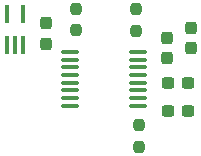
<source format=gbp>
G04 #@! TF.GenerationSoftware,KiCad,Pcbnew,(6.0.2)*
G04 #@! TF.CreationDate,2022-05-11T22:03:01-05:00*
G04 #@! TF.ProjectId,Transmit US,5472616e-736d-4697-9420-55532e6b6963,rev?*
G04 #@! TF.SameCoordinates,Original*
G04 #@! TF.FileFunction,Paste,Bot*
G04 #@! TF.FilePolarity,Positive*
%FSLAX46Y46*%
G04 Gerber Fmt 4.6, Leading zero omitted, Abs format (unit mm)*
G04 Created by KiCad (PCBNEW (6.0.2)) date 2022-05-11 22:03:01*
%MOMM*%
%LPD*%
G01*
G04 APERTURE LIST*
G04 Aperture macros list*
%AMRoundRect*
0 Rectangle with rounded corners*
0 $1 Rounding radius*
0 $2 $3 $4 $5 $6 $7 $8 $9 X,Y pos of 4 corners*
0 Add a 4 corners polygon primitive as box body*
4,1,4,$2,$3,$4,$5,$6,$7,$8,$9,$2,$3,0*
0 Add four circle primitives for the rounded corners*
1,1,$1+$1,$2,$3*
1,1,$1+$1,$4,$5*
1,1,$1+$1,$6,$7*
1,1,$1+$1,$8,$9*
0 Add four rect primitives between the rounded corners*
20,1,$1+$1,$2,$3,$4,$5,0*
20,1,$1+$1,$4,$5,$6,$7,0*
20,1,$1+$1,$6,$7,$8,$9,0*
20,1,$1+$1,$8,$9,$2,$3,0*%
G04 Aperture macros list end*
%ADD10RoundRect,0.237500X0.237500X-0.250000X0.237500X0.250000X-0.237500X0.250000X-0.237500X-0.250000X0*%
%ADD11RoundRect,0.237500X-0.300000X-0.237500X0.300000X-0.237500X0.300000X0.237500X-0.300000X0.237500X0*%
%ADD12RoundRect,0.237500X0.237500X-0.300000X0.237500X0.300000X-0.237500X0.300000X-0.237500X-0.300000X0*%
%ADD13RoundRect,0.100000X0.637500X0.100000X-0.637500X0.100000X-0.637500X-0.100000X0.637500X-0.100000X0*%
%ADD14RoundRect,0.237500X-0.237500X0.250000X-0.237500X-0.250000X0.237500X-0.250000X0.237500X0.250000X0*%
%ADD15R,0.400000X1.500000*%
G04 APERTURE END LIST*
D10*
G04 #@! TO.C,R1*
X109600000Y-78412500D03*
X109600000Y-76587500D03*
G04 #@! TD*
G04 #@! TO.C,R3*
X114675000Y-78462500D03*
X114675000Y-76637500D03*
G04 #@! TD*
D11*
G04 #@! TO.C,C3*
X117387500Y-82825000D03*
X119112500Y-82825000D03*
G04 #@! TD*
D12*
G04 #@! TO.C,C4*
X119350000Y-79887500D03*
X119350000Y-78162500D03*
G04 #@! TD*
D11*
G04 #@! TO.C,C5*
X117387500Y-85200000D03*
X119112500Y-85200000D03*
G04 #@! TD*
D12*
G04 #@! TO.C,C1*
X117275000Y-80762500D03*
X117275000Y-79037500D03*
G04 #@! TD*
G04 #@! TO.C,C2*
X107070000Y-79532500D03*
X107070000Y-77807500D03*
G04 #@! TD*
D13*
G04 #@! TO.C,U2*
X114862500Y-80225000D03*
X114862500Y-80875000D03*
X114862500Y-81525000D03*
X114862500Y-82175000D03*
X114862500Y-82825000D03*
X114862500Y-83475000D03*
X114862500Y-84125000D03*
X114862500Y-84775000D03*
X109137500Y-84775000D03*
X109137500Y-84125000D03*
X109137500Y-83475000D03*
X109137500Y-82825000D03*
X109137500Y-82175000D03*
X109137500Y-81525000D03*
X109137500Y-80875000D03*
X109137500Y-80225000D03*
G04 #@! TD*
D14*
G04 #@! TO.C,R2*
X114900000Y-86412500D03*
X114900000Y-88237500D03*
G04 #@! TD*
D15*
G04 #@! TO.C,U1*
X105080000Y-79650000D03*
X104430000Y-79650000D03*
X103780000Y-79650000D03*
X103780000Y-76990000D03*
X105080000Y-76990000D03*
G04 #@! TD*
M02*

</source>
